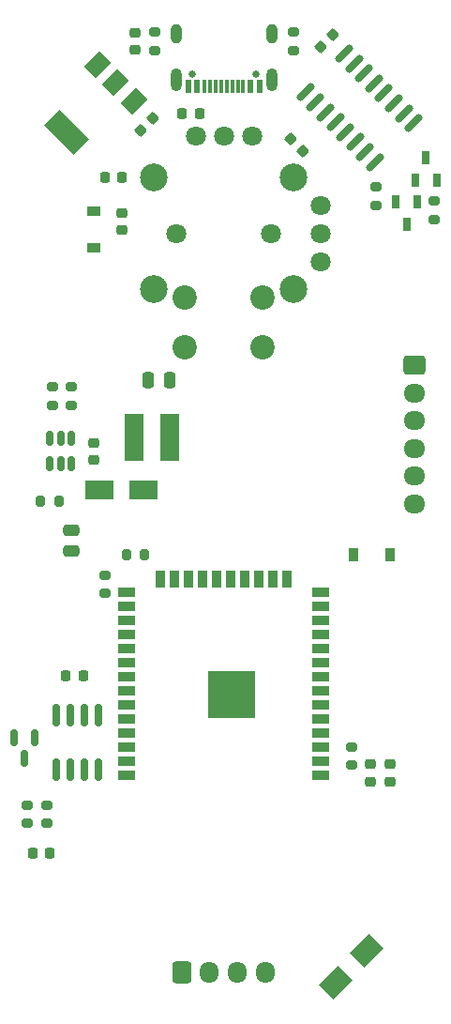
<source format=gbr>
%TF.GenerationSoftware,KiCad,Pcbnew,(6.0.8)*%
%TF.CreationDate,2022-10-07T15:24:08+02:00*%
%TF.ProjectId,bobbycar-emergency-hardware,626f6262-7963-4617-922d-656d65726765,rev?*%
%TF.SameCoordinates,Original*%
%TF.FileFunction,Soldermask,Top*%
%TF.FilePolarity,Negative*%
%FSLAX46Y46*%
G04 Gerber Fmt 4.6, Leading zero omitted, Abs format (unit mm)*
G04 Created by KiCad (PCBNEW (6.0.8)) date 2022-10-07 15:24:08*
%MOMM*%
%LPD*%
G01*
G04 APERTURE LIST*
G04 Aperture macros list*
%AMRoundRect*
0 Rectangle with rounded corners*
0 $1 Rounding radius*
0 $2 $3 $4 $5 $6 $7 $8 $9 X,Y pos of 4 corners*
0 Add a 4 corners polygon primitive as box body*
4,1,4,$2,$3,$4,$5,$6,$7,$8,$9,$2,$3,0*
0 Add four circle primitives for the rounded corners*
1,1,$1+$1,$2,$3*
1,1,$1+$1,$4,$5*
1,1,$1+$1,$6,$7*
1,1,$1+$1,$8,$9*
0 Add four rect primitives between the rounded corners*
20,1,$1+$1,$2,$3,$4,$5,0*
20,1,$1+$1,$4,$5,$6,$7,0*
20,1,$1+$1,$6,$7,$8,$9,0*
20,1,$1+$1,$8,$9,$2,$3,0*%
%AMRotRect*
0 Rectangle, with rotation*
0 The origin of the aperture is its center*
0 $1 length*
0 $2 width*
0 $3 Rotation angle, in degrees counterclockwise*
0 Add horizontal line*
21,1,$1,$2,0,0,$3*%
G04 Aperture macros list end*
%ADD10R,0.600000X1.150000*%
%ADD11R,0.300000X1.150000*%
%ADD12O,1.000000X1.800000*%
%ADD13O,1.000000X2.100000*%
%ADD14C,0.650000*%
%ADD15C,1.800000*%
%ADD16C,2.500000*%
%ADD17C,2.200000*%
%ADD18R,0.700000X1.250000*%
%ADD19RoundRect,0.225000X-0.250000X0.225000X-0.250000X-0.225000X0.250000X-0.225000X0.250000X0.225000X0*%
%ADD20RoundRect,0.225000X0.250000X-0.225000X0.250000X0.225000X-0.250000X0.225000X-0.250000X-0.225000X0*%
%ADD21RoundRect,0.200000X0.275000X-0.200000X0.275000X0.200000X-0.275000X0.200000X-0.275000X-0.200000X0*%
%ADD22RoundRect,0.250000X0.475000X-0.250000X0.475000X0.250000X-0.475000X0.250000X-0.475000X-0.250000X0*%
%ADD23RoundRect,0.150000X-0.150000X0.587500X-0.150000X-0.587500X0.150000X-0.587500X0.150000X0.587500X0*%
%ADD24RoundRect,0.200000X-0.275000X0.200000X-0.275000X-0.200000X0.275000X-0.200000X0.275000X0.200000X0*%
%ADD25RoundRect,0.250000X-0.600000X-0.725000X0.600000X-0.725000X0.600000X0.725000X-0.600000X0.725000X0*%
%ADD26O,1.700000X1.950000*%
%ADD27RoundRect,0.250000X-0.725000X0.600000X-0.725000X-0.600000X0.725000X-0.600000X0.725000X0.600000X0*%
%ADD28O,1.950000X1.700000*%
%ADD29RoundRect,0.150000X-0.150000X0.825000X-0.150000X-0.825000X0.150000X-0.825000X0.150000X0.825000X0*%
%ADD30RoundRect,0.200000X-0.200000X-0.275000X0.200000X-0.275000X0.200000X0.275000X-0.200000X0.275000X0*%
%ADD31R,1.200000X0.900000*%
%ADD32R,1.800000X4.200000*%
%ADD33RoundRect,0.225000X-0.335876X-0.017678X-0.017678X-0.335876X0.335876X0.017678X0.017678X0.335876X0*%
%ADD34RoundRect,0.225000X-0.225000X-0.250000X0.225000X-0.250000X0.225000X0.250000X-0.225000X0.250000X0*%
%ADD35R,0.900000X1.200000*%
%ADD36RoundRect,0.200000X0.200000X0.275000X-0.200000X0.275000X-0.200000X-0.275000X0.200000X-0.275000X0*%
%ADD37RoundRect,0.150000X-0.150000X0.512500X-0.150000X-0.512500X0.150000X-0.512500X0.150000X0.512500X0*%
%ADD38RoundRect,0.150000X-0.477297X-0.689429X0.689429X0.477297X0.477297X0.689429X-0.689429X-0.477297X0*%
%ADD39RotRect,2.000000X1.500000X225.000000*%
%ADD40RotRect,2.000000X3.800000X225.000000*%
%ADD41RoundRect,0.225000X-0.017678X0.335876X-0.335876X0.017678X0.017678X-0.335876X0.335876X-0.017678X0*%
%ADD42RoundRect,0.225000X0.017678X-0.335876X0.335876X-0.017678X-0.017678X0.335876X-0.335876X0.017678X0*%
%ADD43RoundRect,0.250000X-0.250000X-0.475000X0.250000X-0.475000X0.250000X0.475000X-0.250000X0.475000X0*%
%ADD44R,2.500000X1.800000*%
%ADD45RotRect,2.500000X1.800000X225.000000*%
%ADD46R,1.500000X0.900000*%
%ADD47R,0.900000X1.500000*%
%ADD48R,4.200000X4.200000*%
%ADD49C,0.475000*%
G04 APERTURE END LIST*
D10*
%TO.C,USBC1*%
X6800000Y83930000D03*
X7600000Y83930000D03*
X13200000Y83930000D03*
X12400000Y83930000D03*
D11*
X8250000Y83930000D03*
X8750000Y83930000D03*
X9250000Y83930000D03*
X9750000Y83930000D03*
X10250000Y83930000D03*
X10750000Y83930000D03*
X11250000Y83930000D03*
X11750000Y83930000D03*
D12*
X5680000Y88670000D03*
X14320000Y88670000D03*
D13*
X5680000Y84490000D03*
X14320000Y84490000D03*
D14*
X7110000Y84990000D03*
X12890000Y84990000D03*
%TD*%
D15*
%TO.C,SW1*%
X18710000Y68132000D03*
X18710000Y70672000D03*
X18710000Y73212000D03*
X12520000Y79402000D03*
X9980000Y79402000D03*
X7440000Y79402000D03*
D16*
X3650000Y75672000D03*
X3650000Y65672000D03*
X16300000Y65672000D03*
X16300000Y75672000D03*
D17*
X6460000Y64882000D03*
X13460000Y64882000D03*
X6460000Y60382000D03*
X13460000Y60382000D03*
D15*
X5680000Y70672000D03*
X14280000Y70672000D03*
%TD*%
D18*
%TO.C,Q2*%
X27300000Y75500000D03*
X29200000Y75500000D03*
X28250000Y77500000D03*
%TD*%
%TO.C,Q1*%
X27450000Y73500000D03*
X25550000Y73500000D03*
X26500000Y71500000D03*
%TD*%
D19*
%TO.C,C6*%
X2000000Y88775000D03*
X2000000Y87225000D03*
%TD*%
D20*
%TO.C,C3*%
X23250000Y21225000D03*
X23250000Y22775000D03*
%TD*%
D21*
%TO.C,R4*%
X-7750000Y17425000D03*
X-7750000Y19075000D03*
%TD*%
D22*
%TO.C,C8*%
X-3810000Y41976000D03*
X-3810000Y43876000D03*
%TD*%
D23*
%TO.C,D2*%
X-7050000Y25187500D03*
X-8950000Y25187500D03*
X-8000000Y23312500D03*
%TD*%
D24*
%TO.C,R11*%
X29000000Y73575000D03*
X29000000Y71925000D03*
%TD*%
D25*
%TO.C,J1*%
X6200000Y4000000D03*
D26*
X8700000Y4000000D03*
X11200000Y4000000D03*
X13700000Y4000000D03*
%TD*%
D27*
%TO.C,J2*%
X27195000Y58750000D03*
D28*
X27195000Y56250000D03*
X27195000Y53750000D03*
X27195000Y51250000D03*
X27195000Y48750000D03*
X27195000Y46250000D03*
%TD*%
D29*
%TO.C,U1*%
X-1345000Y27225000D03*
X-2615000Y27225000D03*
X-3885000Y27225000D03*
X-5155000Y27225000D03*
X-5155000Y22275000D03*
X-3885000Y22275000D03*
X-2615000Y22275000D03*
X-1345000Y22275000D03*
%TD*%
D30*
%TO.C,R6*%
X-6575000Y46500000D03*
X-4925000Y46500000D03*
%TD*%
D19*
%TO.C,C11*%
X750000Y72525000D03*
X750000Y70975000D03*
%TD*%
D24*
%TO.C,R10*%
X3750000Y88825000D03*
X3750000Y87175000D03*
%TD*%
D31*
%TO.C,D3*%
X-1750000Y69350000D03*
X-1750000Y72650000D03*
%TD*%
D32*
%TO.C,L1*%
X1900000Y52250000D03*
X5100000Y52250000D03*
%TD*%
D21*
%TO.C,R8*%
X-5500000Y55175000D03*
X-5500000Y56825000D03*
%TD*%
D33*
%TO.C,C14*%
X16051992Y79148008D03*
X17148008Y78051992D03*
%TD*%
D34*
%TO.C,C4*%
X-7275000Y14750000D03*
X-5725000Y14750000D03*
%TD*%
D35*
%TO.C,D4*%
X21718000Y41656000D03*
X25018000Y41656000D03*
%TD*%
D36*
%TO.C,R5*%
X2857000Y41656000D03*
X1207000Y41656000D03*
%TD*%
D37*
%TO.C,U4*%
X-3800000Y52137500D03*
X-4750000Y52137500D03*
X-5700000Y52137500D03*
X-5700000Y49862500D03*
X-4750000Y49862500D03*
X-3800000Y49862500D03*
%TD*%
D21*
%TO.C,R7*%
X16250000Y87175000D03*
X16250000Y88825000D03*
%TD*%
%TO.C,R2*%
X-750000Y38175000D03*
X-750000Y39825000D03*
%TD*%
D38*
%TO.C,U5*%
X17356821Y83393000D03*
X18254847Y82494975D03*
X19152872Y81596949D03*
X20050898Y80698924D03*
X20948924Y79800898D03*
X21846949Y78902872D03*
X22744975Y78004847D03*
X23643000Y77106821D03*
X27143179Y80607000D03*
X26245153Y81505025D03*
X25347128Y82403051D03*
X24449102Y83301076D03*
X23551076Y84199102D03*
X22653051Y85097128D03*
X21755025Y85995153D03*
X20857000Y86893179D03*
%TD*%
D34*
%TO.C,C5*%
X6225000Y81500000D03*
X7775000Y81500000D03*
%TD*%
D24*
%TO.C,R3*%
X-6000000Y19075000D03*
X-6000000Y17425000D03*
%TD*%
D39*
%TO.C,U3*%
X1853732Y82601041D03*
D40*
X-4227386Y79772614D03*
D39*
X227386Y84227386D03*
X-1398959Y85853732D03*
%TD*%
D41*
%TO.C,C9*%
X3548008Y81048008D03*
X2451992Y79951992D03*
%TD*%
D20*
%TO.C,C2*%
X25000000Y21225000D03*
X25000000Y22775000D03*
%TD*%
%TO.C,C12*%
X-1750000Y50225000D03*
X-1750000Y51775000D03*
%TD*%
D34*
%TO.C,C7*%
X-775000Y75750000D03*
X775000Y75750000D03*
%TD*%
D42*
%TO.C,C10*%
X18701992Y87451992D03*
X19798008Y88548008D03*
%TD*%
D43*
%TO.C,C13*%
X3180000Y57404000D03*
X5080000Y57404000D03*
%TD*%
D34*
%TO.C,C1*%
X-4275000Y30750000D03*
X-2725000Y30750000D03*
%TD*%
D44*
%TO.C,D5*%
X-1250000Y47500000D03*
X2750000Y47500000D03*
%TD*%
D21*
%TO.C,R12*%
X23750000Y73175000D03*
X23750000Y74825000D03*
%TD*%
%TO.C,R1*%
X21500000Y22675000D03*
X21500000Y24325000D03*
%TD*%
D45*
%TO.C,D1*%
X22914214Y5914214D03*
X20085786Y3085786D03*
%TD*%
D24*
%TO.C,R9*%
X-3750000Y56825000D03*
X-3750000Y55175000D03*
%TD*%
D46*
%TO.C,U2*%
X18750000Y21750000D03*
X18750000Y23020000D03*
X18750000Y24290000D03*
X18750000Y25560000D03*
X18750000Y26830000D03*
X18750000Y28100000D03*
X18750000Y29370000D03*
X18750000Y30640000D03*
X18750000Y31910000D03*
X18750000Y33180000D03*
X18750000Y34450000D03*
X18750000Y35720000D03*
X18750000Y36990000D03*
X18750000Y38260000D03*
D47*
X15710000Y39510000D03*
X14440000Y39510000D03*
X13170000Y39510000D03*
X11900000Y39510000D03*
X10630000Y39510000D03*
X9360000Y39510000D03*
X8090000Y39510000D03*
X6820000Y39510000D03*
X5550000Y39510000D03*
X4280000Y39510000D03*
D46*
X1250000Y38260000D03*
X1250000Y36990000D03*
X1250000Y35720000D03*
X1250000Y34450000D03*
X1250000Y33180000D03*
X1250000Y31910000D03*
X1250000Y30640000D03*
X1250000Y29370000D03*
X1250000Y28100000D03*
X1250000Y26830000D03*
X1250000Y25560000D03*
X1250000Y24290000D03*
X1250000Y23020000D03*
X1250000Y21750000D03*
D48*
X10680000Y29090000D03*
D49*
X11442500Y30615000D03*
X10680000Y28327500D03*
X10680000Y29852500D03*
X12205000Y29852500D03*
X12205000Y28327500D03*
X11442500Y29090000D03*
X9917500Y30615000D03*
X9155000Y28327500D03*
X9155000Y29852500D03*
X11442500Y27565000D03*
X9917500Y29090000D03*
X9917500Y27565000D03*
%TD*%
M02*

</source>
